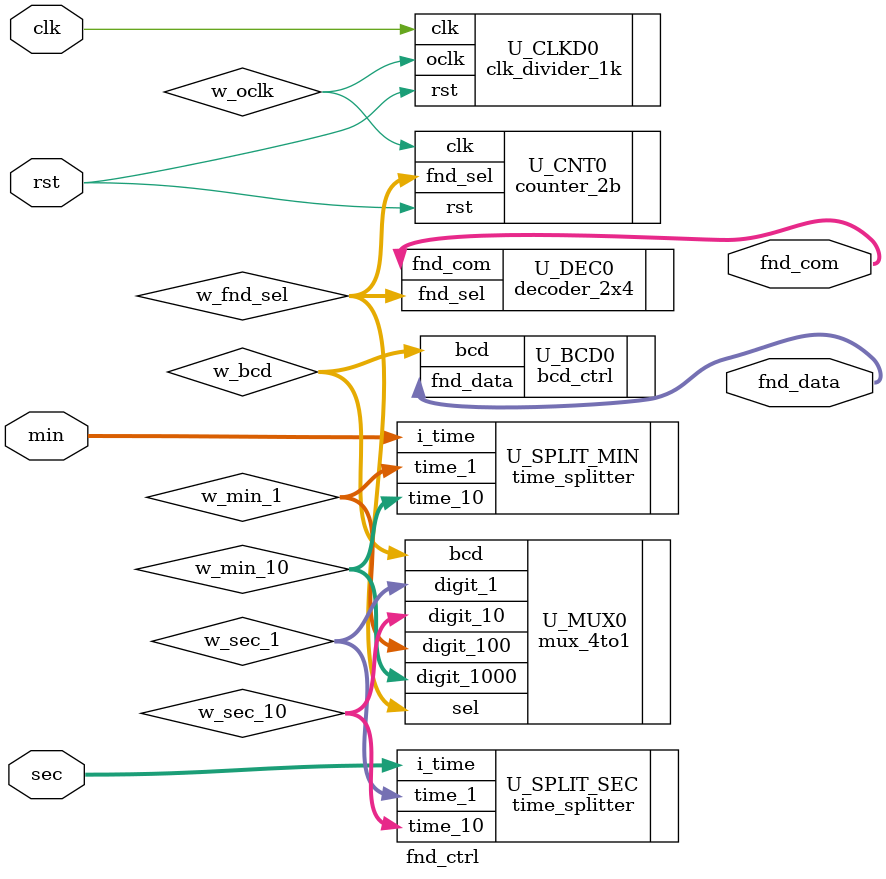
<source format=v>
`timescale 1ns / 1ps


module fnd_ctrl (
    input clk,
    input rst,
    input [5:0] sec,
    input [5:0] min,

    output [7:0] fnd_data,
    output [3:0] fnd_com
);

    wire [3:0] w_bcd;
    wire [3:0] w_min_1, w_min_10, w_sec_1, w_sec_10;
    wire [1:0] w_fnd_sel;
    wire       w_oclk;
    
    

    mux_4to1 U_MUX0 (
        .sel(w_fnd_sel),
        .digit_1(w_sec_1),
        .digit_10(w_sec_10),
        .digit_100(w_min_1),
        .digit_1000(w_min_10),
        .bcd(w_bcd)
    );

    bcd_ctrl U_BCD0 (
        .bcd(w_bcd),
        .fnd_data(fnd_data)
    );


    decoder_2x4 U_DEC0 (
        .fnd_sel(w_fnd_sel),
        .fnd_com(fnd_com)
    );


    clk_divider_1k U_CLKD0 (
        .clk(clk),
        .rst(rst),

        .oclk(w_oclk)
    );

    counter_2b U_CNT0 (
        .clk(w_oclk),
        .rst(rst),
        .fnd_sel(w_fnd_sel)
    );

    time_splitter #(
        .BIT_WIDTH(6)
    ) U_SPLIT_SEC (
        .i_time(sec),

        .time_1 (w_sec_1),
        .time_10(w_sec_10)
    );

    time_splitter #(
        .BIT_WIDTH(6)
    ) U_SPLIT_MIN (
        .i_time(min),

        .time_1 (w_min_1),
        .time_10(w_min_10)
    );
endmodule

</source>
